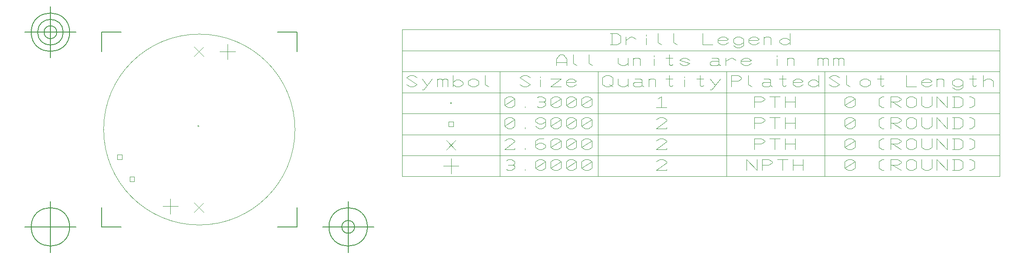
<source format=gbr>
G04 Generated by Ultiboard 13.0 *
%FSLAX34Y34*%
%MOMM*%

%ADD11C,0.1000*%
%ADD12C,0.0100*%
%ADD13C,0.0010*%
%ADD14C,0.1500*%


G04 ColorRGB 000000 for the following layer *
%LNDrill Symbols-Copper Top-Copper Bottom*%
%LPD*%
G54D11*
X339400Y442300D02*
X369400Y442300D01*
X354400Y427300D02*
X354400Y457300D01*
X400608Y735508D02*
X418992Y753892D01*
X400608Y753892D02*
X418992Y735508D01*
X465700Y729500D02*
X465700Y759500D01*
X450700Y744500D02*
X480700Y744500D01*
X400608Y430508D02*
X418992Y448892D01*
X400608Y448892D02*
X418992Y430508D01*
X901515Y506065D02*
X901515Y536065D01*
X886515Y521065D02*
X916515Y521065D01*
X1009182Y531779D02*
X1012515Y533922D01*
X1019182Y533922D01*
X1025848Y529636D01*
X1025848Y525351D01*
X1022515Y523208D01*
X1025848Y521065D01*
X1025848Y516779D01*
X1019182Y512494D01*
X1012515Y512494D01*
X1009182Y514636D01*
X1012515Y523208D02*
X1022515Y523208D01*
X1045848Y512494D02*
X1045848Y514636D01*
X1065848Y529636D02*
X1072515Y533922D01*
X1079182Y533922D01*
X1085848Y529636D01*
X1085848Y516779D01*
X1079182Y512494D01*
X1072515Y512494D01*
X1065848Y516779D01*
X1065848Y529636D01*
X1085848Y529636D02*
X1065848Y516779D01*
X1095848Y529636D02*
X1102515Y533922D01*
X1109182Y533922D01*
X1115848Y529636D01*
X1115848Y516779D01*
X1109182Y512494D01*
X1102515Y512494D01*
X1095848Y516779D01*
X1095848Y529636D01*
X1115848Y529636D02*
X1095848Y516779D01*
X1125848Y529636D02*
X1132515Y533922D01*
X1139182Y533922D01*
X1145848Y529636D01*
X1145848Y516779D01*
X1139182Y512494D01*
X1132515Y512494D01*
X1125848Y516779D01*
X1125848Y529636D01*
X1145848Y529636D02*
X1125848Y516779D01*
X1155848Y529636D02*
X1162515Y533922D01*
X1169182Y533922D01*
X1175848Y529636D01*
X1175848Y516779D01*
X1169182Y512494D01*
X1162515Y512494D01*
X1155848Y516779D01*
X1155848Y529636D01*
X1175848Y529636D02*
X1155848Y516779D01*
X1301848Y529636D02*
X1308515Y533922D01*
X1315182Y533922D01*
X1321848Y529636D01*
X1321848Y527494D01*
X1301848Y512494D01*
X1321848Y512494D01*
X1321848Y514636D01*
X1477848Y512494D02*
X1477848Y533922D01*
X1497848Y512494D01*
X1497848Y533922D01*
X1507848Y512494D02*
X1507848Y533922D01*
X1521182Y533922D01*
X1527848Y529636D01*
X1527848Y527494D01*
X1521182Y523208D01*
X1507848Y523208D01*
X1547848Y512494D02*
X1547848Y533922D01*
X1537848Y533922D02*
X1557848Y533922D01*
X1567848Y512494D02*
X1567848Y533922D01*
X1587848Y512494D02*
X1587848Y533922D01*
X1567848Y523208D02*
X1587848Y523208D01*
X1668848Y529636D02*
X1675515Y533922D01*
X1682182Y533922D01*
X1688848Y529636D01*
X1688848Y516779D01*
X1682182Y512494D01*
X1675515Y512494D01*
X1668848Y516779D01*
X1668848Y529636D01*
X1688848Y529636D02*
X1668848Y516779D01*
X1745515Y512494D02*
X1742182Y512494D01*
X1735515Y516779D01*
X1735515Y529636D01*
X1742182Y533922D01*
X1745515Y533922D01*
X1758848Y512494D02*
X1758848Y533922D01*
X1772182Y533922D01*
X1778848Y529636D01*
X1778848Y527494D01*
X1772182Y523208D01*
X1758848Y523208D01*
X1762182Y523208D02*
X1778848Y512494D01*
X1788848Y516779D02*
X1795515Y512494D01*
X1802182Y512494D01*
X1808848Y516779D01*
X1808848Y529636D01*
X1802182Y533922D01*
X1795515Y533922D01*
X1788848Y529636D01*
X1788848Y516779D01*
X1818848Y533922D02*
X1818848Y516779D01*
X1825515Y512494D01*
X1832182Y512494D01*
X1838848Y516779D01*
X1838848Y533922D01*
X1848848Y512494D02*
X1848848Y533922D01*
X1868848Y512494D01*
X1868848Y533922D01*
X1878848Y512494D02*
X1892182Y512494D01*
X1898848Y516779D01*
X1898848Y529636D01*
X1892182Y533922D01*
X1878848Y533922D01*
X1882182Y533922D02*
X1882182Y512494D01*
X1912182Y533922D02*
X1915515Y533922D01*
X1922182Y529636D01*
X1922182Y516779D01*
X1915515Y512494D01*
X1912182Y512494D01*
X892323Y552873D02*
X910707Y571257D01*
X892323Y571257D02*
X910707Y552873D01*
X1005848Y570636D02*
X1012515Y574922D01*
X1019182Y574922D01*
X1025848Y570636D01*
X1025848Y568494D01*
X1005848Y553494D01*
X1025848Y553494D01*
X1025848Y555636D01*
X1045848Y553494D02*
X1045848Y555636D01*
X1082515Y574922D02*
X1072515Y574922D01*
X1065848Y570636D01*
X1065848Y562065D01*
X1065848Y557779D01*
X1072515Y553494D01*
X1079182Y553494D01*
X1085848Y557779D01*
X1085848Y562065D01*
X1079182Y566351D01*
X1072515Y566351D01*
X1065848Y562065D01*
X1095848Y570636D02*
X1102515Y574922D01*
X1109182Y574922D01*
X1115848Y570636D01*
X1115848Y557779D01*
X1109182Y553494D01*
X1102515Y553494D01*
X1095848Y557779D01*
X1095848Y570636D01*
X1115848Y570636D02*
X1095848Y557779D01*
X1125848Y570636D02*
X1132515Y574922D01*
X1139182Y574922D01*
X1145848Y570636D01*
X1145848Y557779D01*
X1139182Y553494D01*
X1132515Y553494D01*
X1125848Y557779D01*
X1125848Y570636D01*
X1145848Y570636D02*
X1125848Y557779D01*
X1155848Y570636D02*
X1162515Y574922D01*
X1169182Y574922D01*
X1175848Y570636D01*
X1175848Y557779D01*
X1169182Y553494D01*
X1162515Y553494D01*
X1155848Y557779D01*
X1155848Y570636D01*
X1175848Y570636D02*
X1155848Y557779D01*
X1301848Y570636D02*
X1308515Y574922D01*
X1315182Y574922D01*
X1321848Y570636D01*
X1321848Y568494D01*
X1301848Y553494D01*
X1321848Y553494D01*
X1321848Y555636D01*
X1492848Y553494D02*
X1492848Y574922D01*
X1506182Y574922D01*
X1512848Y570636D01*
X1512848Y568494D01*
X1506182Y564208D01*
X1492848Y564208D01*
X1532848Y553494D02*
X1532848Y574922D01*
X1522848Y574922D02*
X1542848Y574922D01*
X1552848Y553494D02*
X1552848Y574922D01*
X1572848Y553494D02*
X1572848Y574922D01*
X1552848Y564208D02*
X1572848Y564208D01*
X1668848Y570636D02*
X1675515Y574922D01*
X1682182Y574922D01*
X1688848Y570636D01*
X1688848Y557779D01*
X1682182Y553494D01*
X1675515Y553494D01*
X1668848Y557779D01*
X1668848Y570636D01*
X1688848Y570636D02*
X1668848Y557779D01*
X1745515Y553494D02*
X1742182Y553494D01*
X1735515Y557779D01*
X1735515Y570636D01*
X1742182Y574922D01*
X1745515Y574922D01*
X1758848Y553494D02*
X1758848Y574922D01*
X1772182Y574922D01*
X1778848Y570636D01*
X1778848Y568494D01*
X1772182Y564208D01*
X1758848Y564208D01*
X1762182Y564208D02*
X1778848Y553494D01*
X1788848Y557779D02*
X1795515Y553494D01*
X1802182Y553494D01*
X1808848Y557779D01*
X1808848Y570636D01*
X1802182Y574922D01*
X1795515Y574922D01*
X1788848Y570636D01*
X1788848Y557779D01*
X1818848Y574922D02*
X1818848Y557779D01*
X1825515Y553494D01*
X1832182Y553494D01*
X1838848Y557779D01*
X1838848Y574922D01*
X1848848Y553494D02*
X1848848Y574922D01*
X1868848Y553494D01*
X1868848Y574922D01*
X1878848Y553494D02*
X1892182Y553494D01*
X1898848Y557779D01*
X1898848Y570636D01*
X1892182Y574922D01*
X1878848Y574922D01*
X1882182Y574922D02*
X1882182Y553494D01*
X1912182Y574922D02*
X1915515Y574922D01*
X1922182Y570636D01*
X1922182Y557779D01*
X1915515Y553494D01*
X1912182Y553494D01*
X1005848Y611636D02*
X1012515Y615922D01*
X1019182Y615922D01*
X1025848Y611636D01*
X1025848Y598779D01*
X1019182Y594494D01*
X1012515Y594494D01*
X1005848Y598779D01*
X1005848Y611636D01*
X1025848Y611636D02*
X1005848Y598779D01*
X1045848Y594494D02*
X1045848Y596636D01*
X1065848Y598779D02*
X1072515Y594494D01*
X1079182Y594494D01*
X1085848Y598779D01*
X1085848Y607351D01*
X1085848Y611636D01*
X1079182Y615922D01*
X1072515Y615922D01*
X1065848Y611636D01*
X1065848Y607351D01*
X1072515Y603065D01*
X1079182Y603065D01*
X1085848Y607351D01*
X1095848Y611636D02*
X1102515Y615922D01*
X1109182Y615922D01*
X1115848Y611636D01*
X1115848Y598779D01*
X1109182Y594494D01*
X1102515Y594494D01*
X1095848Y598779D01*
X1095848Y611636D01*
X1115848Y611636D02*
X1095848Y598779D01*
X1125848Y611636D02*
X1132515Y615922D01*
X1139182Y615922D01*
X1145848Y611636D01*
X1145848Y598779D01*
X1139182Y594494D01*
X1132515Y594494D01*
X1125848Y598779D01*
X1125848Y611636D01*
X1145848Y611636D02*
X1125848Y598779D01*
X1155848Y611636D02*
X1162515Y615922D01*
X1169182Y615922D01*
X1175848Y611636D01*
X1175848Y598779D01*
X1169182Y594494D01*
X1162515Y594494D01*
X1155848Y598779D01*
X1155848Y611636D01*
X1175848Y611636D02*
X1155848Y598779D01*
X1301848Y611636D02*
X1308515Y615922D01*
X1315182Y615922D01*
X1321848Y611636D01*
X1321848Y609494D01*
X1301848Y594494D01*
X1321848Y594494D01*
X1321848Y596636D01*
X1492848Y594494D02*
X1492848Y615922D01*
X1506182Y615922D01*
X1512848Y611636D01*
X1512848Y609494D01*
X1506182Y605208D01*
X1492848Y605208D01*
X1532848Y594494D02*
X1532848Y615922D01*
X1522848Y615922D02*
X1542848Y615922D01*
X1552848Y594494D02*
X1552848Y615922D01*
X1572848Y594494D02*
X1572848Y615922D01*
X1552848Y605208D02*
X1572848Y605208D01*
X1668848Y611636D02*
X1675515Y615922D01*
X1682182Y615922D01*
X1688848Y611636D01*
X1688848Y598779D01*
X1682182Y594494D01*
X1675515Y594494D01*
X1668848Y598779D01*
X1668848Y611636D01*
X1688848Y611636D02*
X1668848Y598779D01*
X1745515Y594494D02*
X1742182Y594494D01*
X1735515Y598779D01*
X1735515Y611636D01*
X1742182Y615922D01*
X1745515Y615922D01*
X1758848Y594494D02*
X1758848Y615922D01*
X1772182Y615922D01*
X1778848Y611636D01*
X1778848Y609494D01*
X1772182Y605208D01*
X1758848Y605208D01*
X1762182Y605208D02*
X1778848Y594494D01*
X1788848Y598779D02*
X1795515Y594494D01*
X1802182Y594494D01*
X1808848Y598779D01*
X1808848Y611636D01*
X1802182Y615922D01*
X1795515Y615922D01*
X1788848Y611636D01*
X1788848Y598779D01*
X1818848Y615922D02*
X1818848Y598779D01*
X1825515Y594494D01*
X1832182Y594494D01*
X1838848Y598779D01*
X1838848Y615922D01*
X1848848Y594494D02*
X1848848Y615922D01*
X1868848Y594494D01*
X1868848Y615922D01*
X1878848Y594494D02*
X1892182Y594494D01*
X1898848Y598779D01*
X1898848Y611636D01*
X1892182Y615922D01*
X1878848Y615922D01*
X1882182Y615922D02*
X1882182Y594494D01*
X1912182Y615922D02*
X1915515Y615922D01*
X1922182Y611636D01*
X1922182Y598779D01*
X1915515Y594494D01*
X1912182Y594494D01*
X1005848Y652636D02*
X1012515Y656922D01*
X1019182Y656922D01*
X1025848Y652636D01*
X1025848Y639779D01*
X1019182Y635494D01*
X1012515Y635494D01*
X1005848Y639779D01*
X1005848Y652636D01*
X1025848Y652636D02*
X1005848Y639779D01*
X1045848Y635494D02*
X1045848Y637636D01*
X1069182Y654779D02*
X1072515Y656922D01*
X1079182Y656922D01*
X1085848Y652636D01*
X1085848Y648351D01*
X1082515Y646208D01*
X1085848Y644065D01*
X1085848Y639779D01*
X1079182Y635494D01*
X1072515Y635494D01*
X1069182Y637636D01*
X1072515Y646208D02*
X1082515Y646208D01*
X1095848Y652636D02*
X1102515Y656922D01*
X1109182Y656922D01*
X1115848Y652636D01*
X1115848Y639779D01*
X1109182Y635494D01*
X1102515Y635494D01*
X1095848Y639779D01*
X1095848Y652636D01*
X1115848Y652636D02*
X1095848Y639779D01*
X1125848Y652636D02*
X1132515Y656922D01*
X1139182Y656922D01*
X1145848Y652636D01*
X1145848Y639779D01*
X1139182Y635494D01*
X1132515Y635494D01*
X1125848Y639779D01*
X1125848Y652636D01*
X1145848Y652636D02*
X1125848Y639779D01*
X1155848Y652636D02*
X1162515Y656922D01*
X1169182Y656922D01*
X1175848Y652636D01*
X1175848Y639779D01*
X1169182Y635494D01*
X1162515Y635494D01*
X1155848Y639779D01*
X1155848Y652636D01*
X1175848Y652636D02*
X1155848Y639779D01*
X1305182Y652636D02*
X1311848Y656922D01*
X1311848Y635494D01*
X1301848Y635494D02*
X1321848Y635494D01*
X1492848Y635494D02*
X1492848Y656922D01*
X1506182Y656922D01*
X1512848Y652636D01*
X1512848Y650494D01*
X1506182Y646208D01*
X1492848Y646208D01*
X1532848Y635494D02*
X1532848Y656922D01*
X1522848Y656922D02*
X1542848Y656922D01*
X1552848Y635494D02*
X1552848Y656922D01*
X1572848Y635494D02*
X1572848Y656922D01*
X1552848Y646208D02*
X1572848Y646208D01*
X1668848Y652636D02*
X1675515Y656922D01*
X1682182Y656922D01*
X1688848Y652636D01*
X1688848Y639779D01*
X1682182Y635494D01*
X1675515Y635494D01*
X1668848Y639779D01*
X1668848Y652636D01*
X1688848Y652636D02*
X1668848Y639779D01*
X1745515Y635494D02*
X1742182Y635494D01*
X1735515Y639779D01*
X1735515Y652636D01*
X1742182Y656922D01*
X1745515Y656922D01*
X1758848Y635494D02*
X1758848Y656922D01*
X1772182Y656922D01*
X1778848Y652636D01*
X1778848Y650494D01*
X1772182Y646208D01*
X1758848Y646208D01*
X1762182Y646208D02*
X1778848Y635494D01*
X1788848Y639779D02*
X1795515Y635494D01*
X1802182Y635494D01*
X1808848Y639779D01*
X1808848Y652636D01*
X1802182Y656922D01*
X1795515Y656922D01*
X1788848Y652636D01*
X1788848Y639779D01*
X1818848Y656922D02*
X1818848Y639779D01*
X1825515Y635494D01*
X1832182Y635494D01*
X1838848Y639779D01*
X1838848Y656922D01*
X1848848Y635494D02*
X1848848Y656922D01*
X1868848Y635494D01*
X1868848Y656922D01*
X1878848Y635494D02*
X1892182Y635494D01*
X1898848Y639779D01*
X1898848Y652636D01*
X1892182Y656922D01*
X1878848Y656922D01*
X1882182Y656922D02*
X1882182Y635494D01*
X1912182Y656922D02*
X1915515Y656922D01*
X1922182Y652636D01*
X1922182Y639779D01*
X1915515Y635494D01*
X1912182Y635494D01*
G54D12*
X407500Y599000D02*
G75*
D01*
G02X407500Y599000I1500J0*
G01*
X275000Y490700D02*
X284000Y490700D01*
X284000Y499700D01*
X275000Y499700D01*
X275000Y490700D01*
X250700Y534200D02*
X259700Y534200D01*
X259700Y543200D01*
X250700Y543200D01*
X250700Y534200D01*
X897015Y598565D02*
X906015Y598565D01*
X906015Y607565D01*
X897015Y607565D01*
X897015Y598565D01*
X900015Y644065D02*
G75*
D01*
G02X900015Y644065I1500J0*
G01*
G04 ColorRGB 00FFFF for the following layer *
%LNBoard Outline*%
%LPD*%
G54D10*
G54D13*
X224255Y592300D02*
G75*
D01*
G02X224255Y592300I186495J0*
G01*
G54D14*
X220485Y402035D02*
X220485Y440088D01*
X220485Y402035D02*
X258538Y402035D01*
X601015Y402035D02*
X562962Y402035D01*
X601015Y402035D02*
X601015Y440088D01*
X601015Y782565D02*
X601015Y744512D01*
X601015Y782565D02*
X562962Y782565D01*
X220485Y782565D02*
X258538Y782565D01*
X220485Y782565D02*
X220485Y744512D01*
X170485Y402035D02*
X70485Y402035D01*
X120485Y352035D02*
X120485Y452035D01*
X82985Y402035D02*
G75*
D01*
G02X82985Y402035I37500J0*
G01*
X651015Y402035D02*
X751015Y402035D01*
X701015Y352035D02*
X701015Y452035D01*
X663515Y402035D02*
G75*
D01*
G02X663515Y402035I37500J0*
G01*
X688515Y402035D02*
G75*
D01*
G02X688515Y402035I12500J0*
G01*
X170485Y782565D02*
X70485Y782565D01*
X120485Y732565D02*
X120485Y832565D01*
X82985Y782565D02*
G75*
D01*
G02X82985Y782565I37500J0*
G01*
X95485Y782565D02*
G75*
D01*
G02X95485Y782565I25000J0*
G01*
X107985Y782565D02*
G75*
D01*
G02X107985Y782565I12500J0*
G01*
G04 ColorRGB 66FFCC for the following layer *
%LNLegend Description*%
%LPD*%
G54D11*
X806015Y500565D02*
X1971015Y500565D01*
X1971015Y787565D01*
X806015Y787565D01*
X806015Y500565D01*
X997015Y705565D02*
X997015Y500565D01*
X1188015Y705565D02*
X1188015Y500565D01*
X1439015Y705565D02*
X1439015Y500565D01*
X1630015Y705565D02*
X1630015Y500565D01*
X1971015Y705565D02*
X1971015Y500565D01*
X806015Y541565D02*
X1971015Y541565D01*
X806015Y582565D02*
X1971015Y582565D01*
X806015Y623565D02*
X1971015Y623565D01*
X814848Y680779D02*
X821515Y676494D01*
X828182Y676494D01*
X834848Y680779D01*
X814848Y693636D01*
X821515Y697922D01*
X828182Y697922D01*
X834848Y693636D01*
X844848Y670065D02*
X848182Y670065D01*
X864848Y691494D01*
X844848Y691494D02*
X854848Y678636D01*
X874848Y676494D02*
X874848Y689351D01*
X874848Y691494D01*
X874848Y689351D02*
X878182Y691494D01*
X881515Y691494D01*
X884848Y689351D01*
X888182Y691494D01*
X891515Y691494D01*
X894848Y689351D01*
X894848Y676494D01*
X884848Y689351D02*
X884848Y676494D01*
X904848Y680779D02*
X911515Y676494D01*
X918182Y676494D01*
X924848Y680779D01*
X924848Y685065D01*
X918182Y689351D01*
X911515Y689351D01*
X904848Y685065D01*
X904848Y697922D02*
X904848Y676494D01*
X934848Y680779D02*
X941515Y676494D01*
X948182Y676494D01*
X954848Y680779D01*
X954848Y687208D01*
X948182Y691494D01*
X941515Y691494D01*
X934848Y687208D01*
X934848Y680779D01*
X968182Y697922D02*
X968182Y680779D01*
X974848Y676494D01*
X806015Y664565D02*
X1971015Y664565D01*
X1035848Y680779D02*
X1042515Y676494D01*
X1049182Y676494D01*
X1055848Y680779D01*
X1035848Y693636D01*
X1042515Y697922D01*
X1049182Y697922D01*
X1055848Y693636D01*
X1075848Y676494D02*
X1075848Y689351D01*
X1075848Y693636D02*
X1075848Y695779D01*
X1095848Y691494D02*
X1115848Y691494D01*
X1095848Y676494D01*
X1115848Y676494D01*
X1145848Y680779D02*
X1139182Y676494D01*
X1132515Y676494D01*
X1125848Y680779D01*
X1125848Y687208D01*
X1132515Y691494D01*
X1139182Y691494D01*
X1145848Y687208D01*
X1142515Y685065D01*
X1125848Y685065D01*
X1196848Y680779D02*
X1203515Y676494D01*
X1210182Y676494D01*
X1216848Y680779D01*
X1216848Y693636D01*
X1210182Y697922D01*
X1203515Y697922D01*
X1196848Y693636D01*
X1196848Y680779D01*
X1210182Y680779D02*
X1216848Y676494D01*
X1226848Y691494D02*
X1226848Y680779D01*
X1233515Y676494D01*
X1240182Y676494D01*
X1246848Y680779D01*
X1246848Y691494D01*
X1246848Y680779D02*
X1246848Y676494D01*
X1260182Y691494D02*
X1270182Y691494D01*
X1273515Y689351D01*
X1273515Y678636D01*
X1270182Y676494D01*
X1260182Y676494D01*
X1256848Y678636D01*
X1256848Y682922D01*
X1260182Y685065D01*
X1273515Y685065D01*
X1273515Y678636D02*
X1276848Y676494D01*
X1286848Y676494D02*
X1286848Y689351D01*
X1286848Y691494D01*
X1286848Y689351D02*
X1290182Y691494D01*
X1296848Y691494D01*
X1300182Y689351D01*
X1300182Y676494D01*
X1333515Y678636D02*
X1330182Y676494D01*
X1326848Y678636D01*
X1326848Y697922D01*
X1320182Y691494D02*
X1333515Y691494D01*
X1356848Y676494D02*
X1356848Y689351D01*
X1356848Y693636D02*
X1356848Y695779D01*
X1393515Y678636D02*
X1390182Y676494D01*
X1386848Y678636D01*
X1386848Y697922D01*
X1380182Y691494D02*
X1393515Y691494D01*
X1406848Y670065D02*
X1410182Y670065D01*
X1426848Y691494D01*
X1406848Y691494D02*
X1416848Y678636D01*
X1447848Y676494D02*
X1447848Y697922D01*
X1461182Y697922D01*
X1467848Y693636D01*
X1467848Y691494D01*
X1461182Y687208D01*
X1447848Y687208D01*
X1481182Y697922D02*
X1481182Y680779D01*
X1487848Y676494D01*
X1511182Y691494D02*
X1521182Y691494D01*
X1524515Y689351D01*
X1524515Y678636D01*
X1521182Y676494D01*
X1511182Y676494D01*
X1507848Y678636D01*
X1507848Y682922D01*
X1511182Y685065D01*
X1524515Y685065D01*
X1524515Y678636D02*
X1527848Y676494D01*
X1554515Y678636D02*
X1551182Y676494D01*
X1547848Y678636D01*
X1547848Y697922D01*
X1541182Y691494D02*
X1554515Y691494D01*
X1587848Y680779D02*
X1581182Y676494D01*
X1574515Y676494D01*
X1567848Y680779D01*
X1567848Y687208D01*
X1574515Y691494D01*
X1581182Y691494D01*
X1587848Y687208D01*
X1584515Y685065D01*
X1567848Y685065D01*
X1617848Y680779D02*
X1611182Y676494D01*
X1604515Y676494D01*
X1597848Y680779D01*
X1597848Y685065D01*
X1604515Y689351D01*
X1611182Y689351D01*
X1617848Y685065D01*
X1617848Y697922D02*
X1617848Y676494D01*
X1638848Y680779D02*
X1645515Y676494D01*
X1652182Y676494D01*
X1658848Y680779D01*
X1638848Y693636D01*
X1645515Y697922D01*
X1652182Y697922D01*
X1658848Y693636D01*
X1672182Y697922D02*
X1672182Y680779D01*
X1678848Y676494D01*
X1698848Y680779D02*
X1705515Y676494D01*
X1712182Y676494D01*
X1718848Y680779D01*
X1718848Y687208D01*
X1712182Y691494D01*
X1705515Y691494D01*
X1698848Y687208D01*
X1698848Y680779D01*
X1745515Y678636D02*
X1742182Y676494D01*
X1738848Y678636D01*
X1738848Y697922D01*
X1732182Y691494D02*
X1745515Y691494D01*
X1788848Y697922D02*
X1788848Y676494D01*
X1808848Y676494D01*
X1838848Y680779D02*
X1832182Y676494D01*
X1825515Y676494D01*
X1818848Y680779D01*
X1818848Y687208D01*
X1825515Y691494D01*
X1832182Y691494D01*
X1838848Y687208D01*
X1835515Y685065D01*
X1818848Y685065D01*
X1848848Y676494D02*
X1848848Y689351D01*
X1848848Y691494D01*
X1848848Y689351D02*
X1852182Y691494D01*
X1858848Y691494D01*
X1862182Y689351D01*
X1862182Y676494D01*
X1878848Y674351D02*
X1885515Y670065D01*
X1892182Y670065D01*
X1898848Y674351D01*
X1898848Y680779D01*
X1898848Y687208D01*
X1892182Y691494D01*
X1885515Y691494D01*
X1878848Y687208D01*
X1878848Y680779D01*
X1885515Y676494D01*
X1892182Y676494D01*
X1898848Y680779D01*
X1925515Y678636D02*
X1922182Y676494D01*
X1918848Y678636D01*
X1918848Y697922D01*
X1912182Y691494D02*
X1925515Y691494D01*
X1938848Y687208D02*
X1945515Y691494D01*
X1952182Y691494D01*
X1958848Y687208D01*
X1958848Y676494D01*
X1938848Y697922D02*
X1938848Y676494D01*
X806015Y705565D02*
X1971015Y705565D01*
X1106848Y717494D02*
X1106848Y730351D01*
X1113515Y738922D01*
X1120182Y738922D01*
X1126848Y730351D01*
X1126848Y717494D01*
X1106848Y723922D02*
X1126848Y723922D01*
X1140182Y738922D02*
X1140182Y721779D01*
X1146848Y717494D01*
X1170182Y738922D02*
X1170182Y721779D01*
X1176848Y717494D01*
X1226848Y732494D02*
X1226848Y721779D01*
X1233515Y717494D01*
X1240182Y717494D01*
X1246848Y721779D01*
X1246848Y732494D01*
X1246848Y721779D02*
X1246848Y717494D01*
X1256848Y717494D02*
X1256848Y730351D01*
X1256848Y732494D01*
X1256848Y730351D02*
X1260182Y732494D01*
X1266848Y732494D01*
X1270182Y730351D01*
X1270182Y717494D01*
X1296848Y717494D02*
X1296848Y730351D01*
X1296848Y734636D02*
X1296848Y736779D01*
X1333515Y719636D02*
X1330182Y717494D01*
X1326848Y719636D01*
X1326848Y738922D01*
X1320182Y732494D02*
X1333515Y732494D01*
X1346848Y721779D02*
X1353515Y717494D01*
X1360182Y717494D01*
X1366848Y721779D01*
X1346848Y728208D01*
X1353515Y732494D01*
X1360182Y732494D01*
X1366848Y728208D01*
X1410182Y732494D02*
X1420182Y732494D01*
X1423515Y730351D01*
X1423515Y719636D01*
X1420182Y717494D01*
X1410182Y717494D01*
X1406848Y719636D01*
X1406848Y723922D01*
X1410182Y726065D01*
X1423515Y726065D01*
X1423515Y719636D02*
X1426848Y717494D01*
X1436848Y726065D02*
X1446848Y732494D01*
X1450182Y732494D01*
X1456848Y728208D01*
X1436848Y717494D02*
X1436848Y732494D01*
X1486848Y721779D02*
X1480182Y717494D01*
X1473515Y717494D01*
X1466848Y721779D01*
X1466848Y728208D01*
X1473515Y732494D01*
X1480182Y732494D01*
X1486848Y728208D01*
X1483515Y726065D01*
X1466848Y726065D01*
X1536848Y717494D02*
X1536848Y730351D01*
X1536848Y734636D02*
X1536848Y736779D01*
X1556848Y717494D02*
X1556848Y730351D01*
X1556848Y732494D01*
X1556848Y730351D02*
X1560182Y732494D01*
X1566848Y732494D01*
X1570182Y730351D01*
X1570182Y717494D01*
X1616848Y717494D02*
X1616848Y730351D01*
X1616848Y732494D01*
X1616848Y730351D02*
X1620182Y732494D01*
X1623515Y732494D01*
X1626848Y730351D01*
X1630182Y732494D01*
X1633515Y732494D01*
X1636848Y730351D01*
X1636848Y717494D01*
X1626848Y730351D02*
X1626848Y717494D01*
X1646848Y717494D02*
X1646848Y730351D01*
X1646848Y732494D01*
X1646848Y730351D02*
X1650182Y732494D01*
X1653515Y732494D01*
X1656848Y730351D01*
X1660182Y732494D01*
X1663515Y732494D01*
X1666848Y730351D01*
X1666848Y717494D01*
X1656848Y730351D02*
X1656848Y717494D01*
X806015Y746565D02*
X1971015Y746565D01*
X1211848Y758494D02*
X1225182Y758494D01*
X1231848Y762779D01*
X1231848Y775636D01*
X1225182Y779922D01*
X1211848Y779922D01*
X1215182Y779922D02*
X1215182Y758494D01*
X1241848Y767065D02*
X1251848Y773494D01*
X1255182Y773494D01*
X1261848Y769208D01*
X1241848Y758494D02*
X1241848Y773494D01*
X1281848Y758494D02*
X1281848Y771351D01*
X1281848Y775636D02*
X1281848Y777779D01*
X1305182Y779922D02*
X1305182Y762779D01*
X1311848Y758494D01*
X1335182Y779922D02*
X1335182Y762779D01*
X1341848Y758494D01*
X1391848Y779922D02*
X1391848Y758494D01*
X1411848Y758494D01*
X1441848Y762779D02*
X1435182Y758494D01*
X1428515Y758494D01*
X1421848Y762779D01*
X1421848Y769208D01*
X1428515Y773494D01*
X1435182Y773494D01*
X1441848Y769208D01*
X1438515Y767065D01*
X1421848Y767065D01*
X1451848Y756351D02*
X1458515Y752065D01*
X1465182Y752065D01*
X1471848Y756351D01*
X1471848Y762779D01*
X1471848Y769208D01*
X1465182Y773494D01*
X1458515Y773494D01*
X1451848Y769208D01*
X1451848Y762779D01*
X1458515Y758494D01*
X1465182Y758494D01*
X1471848Y762779D01*
X1501848Y762779D02*
X1495182Y758494D01*
X1488515Y758494D01*
X1481848Y762779D01*
X1481848Y769208D01*
X1488515Y773494D01*
X1495182Y773494D01*
X1501848Y769208D01*
X1498515Y767065D01*
X1481848Y767065D01*
X1511848Y758494D02*
X1511848Y771351D01*
X1511848Y773494D01*
X1511848Y771351D02*
X1515182Y773494D01*
X1521848Y773494D01*
X1525182Y771351D01*
X1525182Y758494D01*
X1561848Y762779D02*
X1555182Y758494D01*
X1548515Y758494D01*
X1541848Y762779D01*
X1541848Y767065D01*
X1548515Y771351D01*
X1555182Y771351D01*
X1561848Y767065D01*
X1561848Y779922D02*
X1561848Y758494D01*

M02*

</source>
